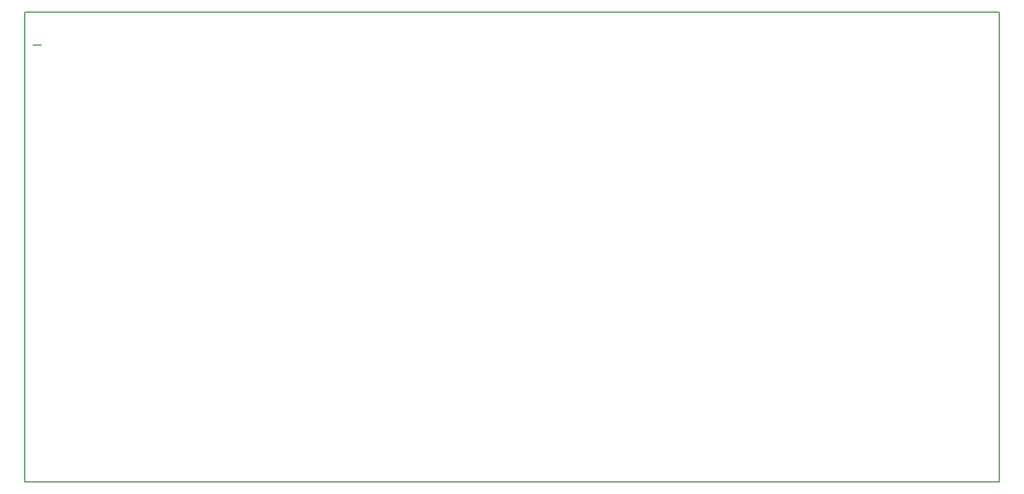
<source format=gbr>
G04 #@! TF.FileFunction,Other,User*
%FSLAX46Y46*%
G04 Gerber Fmt 4.6, Leading zero omitted, Abs format (unit mm)*
G04 Created by KiCad (PCBNEW 4.0.7) date Monday, 16. July 2018 'u49' 18:49:17*
%MOMM*%
%LPD*%
G01*
G04 APERTURE LIST*
%ADD10C,0.100000*%
%ADD11C,0.150000*%
G04 APERTURE END LIST*
D10*
D11*
X194310000Y-25400000D02*
X50800000Y-25400000D01*
X44450000Y-25400000D02*
X194310000Y-25400000D01*
X44450000Y-26670000D02*
X44450000Y-25400000D01*
X44450000Y-27940000D02*
X44450000Y-26670000D01*
X44450000Y-97790000D02*
X44450000Y-27940000D01*
X194310000Y-97790000D02*
X44450000Y-97790000D01*
X194310000Y-25400000D02*
X194310000Y-97790000D01*
X45720000Y-30480000D02*
X46990000Y-30480000D01*
M02*

</source>
